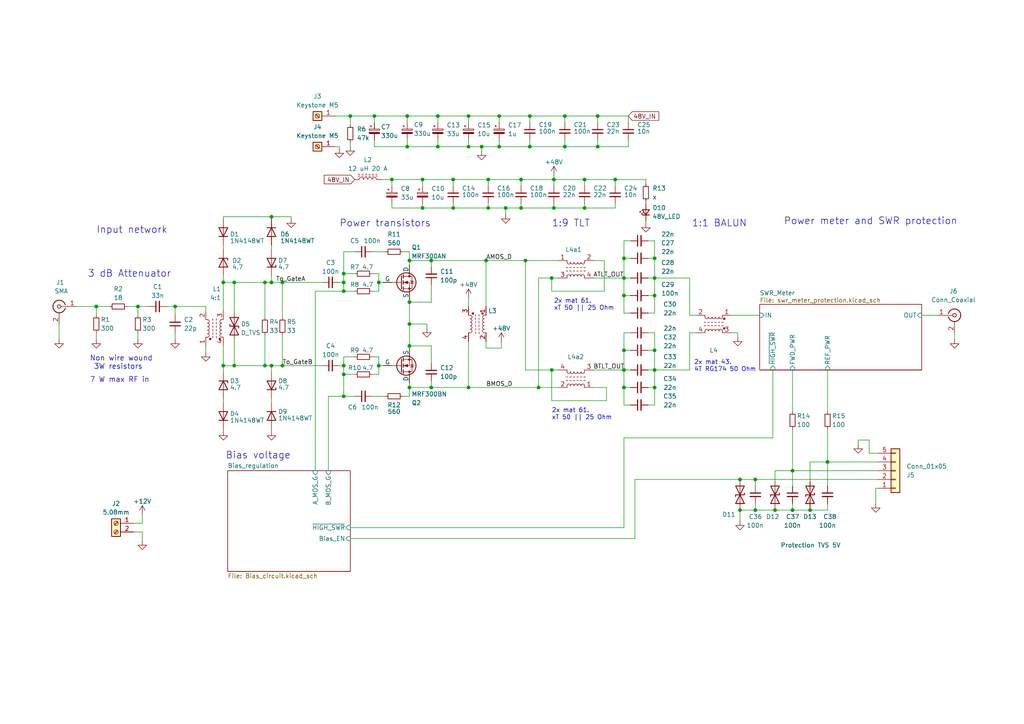
<source format=kicad_sch>
(kicad_sch (version 20231120) (generator "eeschema") (generator_version "8.0")
  (paper "A4")
  (title_block (title "600 W LDMOS HF RF Amplifier - Forte") (date "2024-05-10") (rev "1.1") (company "SP6GK") (comment 1 "RF pallet"))
  (junction (at 219.075 139.065))
  (junction (at 118.745 93.98))
  (junction (at 144.78 33.655))
  (junction (at 99.695 106.045))
  (junction (at 169.545 52.07))
  (junction (at 163.83 33.655))
  (junction (at 214.63 139.065))
  (junction (at 113.665 52.07))
  (junction (at 163.83 42.545))
  (junction (at 173.355 33.655))
  (junction (at 118.745 87.63))
  (junction (at 67.945 81.915))
  (junction (at 229.87 147.955))
  (junction (at 67.945 106.045))
  (junction (at 78.74 81.915))
  (junction (at 178.435 52.07))
  (junction (at 118.11 42.545))
  (junction (at 151.13 60.325))
  (junction (at 153.67 42.545))
  (junction (at 99.695 79.375))
  (junction (at 76.835 81.915))
  (junction (at 169.545 60.325))
  (junction (at 122.555 52.07))
  (junction (at 189.865 112.395))
  (junction (at 180.975 85.725))
  (junction (at 108.585 33.655))
  (junction (at 118.745 112.395))
  (junction (at 64.77 81.915))
  (junction (at 122.555 60.325))
  (junction (at 180.975 112.395))
  (junction (at 109.855 81.915))
  (junction (at 144.78 42.545))
  (junction (at 180.975 101.6))
  (junction (at 160.655 52.07))
  (junction (at 189.865 74.93))
  (junction (at 189.865 107.315))
  (junction (at 214.63 147.955))
  (junction (at 131.445 52.07))
  (junction (at 229.87 136.525))
  (junction (at 189.865 85.725))
  (junction (at 118.745 100.33))
  (junction (at 160.02 107.315))
  (junction (at 140.97 75.565))
  (junction (at 99.695 81.915))
  (junction (at 141.605 52.07))
  (junction (at 153.67 33.655))
  (junction (at 127 42.545))
  (junction (at 180.975 80.645))
  (junction (at 99.695 84.455))
  (junction (at 99.695 108.585))
  (junction (at 81.915 81.915))
  (junction (at 131.445 60.325))
  (junction (at 156.21 112.395))
  (junction (at 125.095 75.565))
  (junction (at 109.855 106.045))
  (junction (at 78.74 62.865))
  (junction (at 81.915 106.045))
  (junction (at 40.005 88.9))
  (junction (at 135.89 42.545))
  (junction (at 234.95 147.955))
  (junction (at 240.03 133.985))
  (junction (at 99.695 114.935))
  (junction (at 118.745 75.565))
  (junction (at 151.13 52.07))
  (junction (at 219.075 147.955))
  (junction (at 189.865 101.6))
  (junction (at 118.11 33.655))
  (junction (at 141.605 60.325))
  (junction (at 27.94 88.9))
  (junction (at 64.77 106.045))
  (junction (at 173.355 42.545))
  (junction (at 160.02 80.645))
  (junction (at 146.685 60.325))
  (junction (at 160.655 60.325))
  (junction (at 125.095 112.395))
  (junction (at 189.865 80.645))
  (junction (at 152.4 75.565))
  (junction (at 180.975 107.315))
  (junction (at 50.8 88.9))
  (junction (at 224.79 147.955))
  (junction (at 101.6 33.655))
  (junction (at 139.7 42.545))
  (junction (at 76.835 106.045))
  (junction (at 135.89 112.395))
  (junction (at 135.89 33.655))
  (junction (at 180.975 74.93))
  (junction (at 78.74 106.045))
  (junction (at 127 33.655))
  (wire (pts (xy 125.095 75.565) (xy 125.095 77.47)))
  (wire (pts (xy 180.975 127) (xy 224.155 127)))
  (wire (pts (xy 22.225 88.9) (xy 27.94 88.9)))
  (wire (pts (xy 50.8 91.44) (xy 50.8 88.9)))
  (wire (pts (xy 178.435 59.055) (xy 178.435 60.325)))
  (wire (pts (xy 125.095 105.41) (xy 125.095 100.33)))
  (wire (pts (xy 101.6 153.035) (xy 180.975 153.035)))
  (wire (pts (xy 160.02 80.645) (xy 156.21 80.645)))
  (wire (pts (xy 160.02 107.315) (xy 161.925 107.315)))
  (wire (pts (xy 141.605 52.07) (xy 141.605 53.975)))
  (wire (pts (xy 180.975 101.6) (xy 180.975 96.52)))
  (wire (pts (xy 182.88 80.645) (xy 180.975 80.645)))
  (wire (pts (xy 141.605 52.07) (xy 151.13 52.07)))
  (wire (pts (xy 95.25 114.935) (xy 99.695 114.935)))
  (wire (pts (xy 131.445 52.07) (xy 141.605 52.07)))
  (wire (pts (xy 163.83 33.655) (xy 173.355 33.655)))
  (wire (pts (xy 200.025 80.645) (xy 200.025 91.44)))
  (wire (pts (xy 125.095 112.395) (xy 135.89 112.395)))
  (wire (pts (xy 107.95 103.505) (xy 109.855 103.505)))
  (wire (pts (xy 172.085 75.565) (xy 175.26 75.565)))
  (wire (pts (xy 224.79 147.955) (xy 229.87 147.955)))
  (wire (pts (xy 118.745 112.395) (xy 125.095 112.395)))
  (wire (pts (xy 135.89 86.36) (xy 135.89 88.9)))
  (wire (pts (xy 229.87 146.05) (xy 229.87 147.955)))
  (wire (pts (xy 76.835 81.915) (xy 78.74 81.915)))
  (wire (pts (xy 240.03 133.985) (xy 240.03 140.97)))
  (wire (pts (xy 99.695 106.045) (xy 99.695 108.585)))
  (wire (pts (xy 189.865 96.52) (xy 189.865 101.6)))
  (wire (pts (xy 254.635 131.445) (xy 252.095 131.445)))
  (wire (pts (xy 122.555 52.07) (xy 122.555 53.975)))
  (wire (pts (xy 118.745 112.395) (xy 118.745 111.125)))
  (wire (pts (xy 108.585 33.655) (xy 118.11 33.655)))
  (wire (pts (xy 182.88 101.6) (xy 180.975 101.6)))
  (wire (pts (xy 81.915 81.915) (xy 93.345 81.915)))
  (wire (pts (xy 254.635 133.985) (xy 240.03 133.985)))
  (wire (pts (xy 163.83 42.545) (xy 153.67 42.545)))
  (wire (pts (xy 224.155 107.315) (xy 224.155 127)))
  (wire (pts (xy 81.915 106.045) (xy 93.345 106.045)))
  (wire (pts (xy 109.855 79.375) (xy 109.855 81.915)))
  (wire (pts (xy 152.4 75.565) (xy 161.925 75.565)))
  (wire (pts (xy 224.79 136.525) (xy 224.79 139.7)))
  (wire (pts (xy 229.87 124.46) (xy 229.87 136.525)))
  (wire (pts (xy 175.895 116.205) (xy 160.02 116.205)))
  (wire (pts (xy 146.685 60.325) (xy 151.13 60.325)))
  (wire (pts (xy 173.355 33.655) (xy 182.245 33.655)))
  (wire (pts (xy 182.245 33.655) (xy 182.245 35.56)))
  (wire (pts (xy 64.77 125.095) (xy 64.77 124.46)))
  (wire (pts (xy 224.79 136.525) (xy 229.87 136.525)))
  (wire (pts (xy 189.865 101.6) (xy 189.865 107.315)))
  (wire (pts (xy 189.865 90.805) (xy 187.96 90.805)))
  (wire (pts (xy 99.695 81.915) (xy 99.695 79.375)))
  (wire (pts (xy 122.555 59.055) (xy 122.555 60.325)))
  (wire (pts (xy 118.745 114.935) (xy 118.745 112.395)))
  (wire (pts (xy 160.02 80.645) (xy 160.02 84.455)))
  (wire (pts (xy 135.89 42.545) (xy 127 42.545)))
  (wire (pts (xy 144.78 42.545) (xy 139.7 42.545)))
  (wire (pts (xy 182.88 117.475) (xy 180.975 117.475)))
  (wire (pts (xy 173.355 33.655) (xy 173.355 35.56)))
  (wire (pts (xy 78.74 125.095) (xy 78.74 124.46)))
  (wire (pts (xy 189.865 74.93) (xy 189.865 80.645)))
  (wire (pts (xy 98.425 42.545) (xy 98.425 43.18)))
  (wire (pts (xy 64.77 62.865) (xy 78.74 62.865)))
  (wire (pts (xy 182.245 42.545) (xy 173.355 42.545)))
  (wire (pts (xy 153.67 42.545) (xy 153.67 40.64)))
  (wire (pts (xy 123.825 95.25) (xy 123.825 93.98)))
  (wire (pts (xy 151.13 60.325) (xy 160.655 60.325)))
  (wire (pts (xy 219.075 139.065) (xy 214.63 139.065)))
  (wire (pts (xy 145.415 99.06) (xy 145.415 100.965)))
  (wire (pts (xy 187.96 85.725) (xy 189.865 85.725)))
  (wire (pts (xy 78.74 106.045) (xy 81.915 106.045)))
  (wire (pts (xy 97.155 42.545) (xy 98.425 42.545)))
  (wire (pts (xy 187.96 101.6) (xy 189.865 101.6)))
  (wire (pts (xy 187.96 96.52) (xy 189.865 96.52)))
  (wire (pts (xy 146.685 60.325) (xy 146.685 62.23)))
  (wire (pts (xy 224.79 147.955) (xy 219.075 147.955)))
  (wire (pts (xy 151.13 59.055) (xy 151.13 60.325)))
  (wire (pts (xy 78.74 72.39) (xy 78.74 71.12)))
  (wire (pts (xy 118.11 42.545) (xy 118.11 40.64)))
  (wire (pts (xy 109.855 84.455) (xy 107.95 84.455)))
  (wire (pts (xy 135.89 42.545) (xy 135.89 40.64)))
  (wire (pts (xy 84.455 62.865) (xy 84.455 63.5)))
  (wire (pts (xy 127 35.56) (xy 127 33.655)))
  (wire (pts (xy 189.865 69.85) (xy 189.865 74.93)))
  (wire (pts (xy 187.96 69.85) (xy 189.865 69.85)))
  (wire (pts (xy 229.87 136.525) (xy 229.87 140.97)))
  (wire (pts (xy 172.085 107.315) (xy 180.975 107.315)))
  (wire (pts (xy 169.545 59.055) (xy 169.545 60.325)))
  (wire (pts (xy 182.88 85.725) (xy 180.975 85.725)))
  (wire (pts (xy 180.975 90.805) (xy 180.975 85.725)))
  (wire (pts (xy 153.67 33.655) (xy 163.83 33.655)))
  (wire (pts (xy 151.13 52.07) (xy 151.13 53.975)))
  (wire (pts (xy 153.67 35.56) (xy 153.67 33.655)))
  (wire (pts (xy 169.545 52.07) (xy 169.545 53.975)))
  (wire (pts (xy 64.77 72.39) (xy 64.77 71.12)))
  (wire (pts (xy 187.325 52.07) (xy 187.325 53.34)))
  (wire (pts (xy 252.095 131.445) (xy 252.095 127.635)))
  (wire (pts (xy 48.26 88.9) (xy 50.8 88.9)))
  (wire (pts (xy 91.44 84.455) (xy 91.44 136.525)))
  (wire (pts (xy 135.89 112.395) (xy 156.21 112.395)))
  (wire (pts (xy 189.865 107.315) (xy 200.025 107.315)))
  (wire (pts (xy 140.97 75.565) (xy 152.4 75.565)))
  (wire (pts (xy 127 42.545) (xy 127 40.64)))
  (wire (pts (xy 109.855 108.585) (xy 107.95 108.585)))
  (wire (pts (xy 110.49 52.07) (xy 113.665 52.07)))
  (wire (pts (xy 146.685 60.325) (xy 141.605 60.325)))
  (wire (pts (xy 27.94 88.9) (xy 31.75 88.9)))
  (wire (pts (xy 178.435 52.07) (xy 178.435 53.975)))
  (wire (pts (xy 101.6 41.275) (xy 101.6 42.545)))
  (wire (pts (xy 141.605 60.325) (xy 131.445 60.325)))
  (wire (pts (xy 116.84 114.935) (xy 118.745 114.935)))
  (wire (pts (xy 95.25 136.525) (xy 95.25 114.935)))
  (wire (pts (xy 135.89 99.06) (xy 135.89 112.395)))
  (wire (pts (xy 254.635 136.525) (xy 229.87 136.525)))
  (wire (pts (xy 78.74 81.915) (xy 78.74 80.01)))
  (wire (pts (xy 101.6 33.655) (xy 108.585 33.655)))
  (wire (pts (xy 109.855 106.045) (xy 109.855 108.585)))
  (wire (pts (xy 64.77 106.045) (xy 67.945 106.045)))
  (wire (pts (xy 99.695 84.455) (xy 99.695 81.915)))
  (wire (pts (xy 214.63 147.955) (xy 214.63 151.13)))
  (wire (pts (xy 118.745 93.98) (xy 118.745 100.33)))
  (wire (pts (xy 189.865 117.475) (xy 187.96 117.475)))
  (wire (pts (xy 99.695 103.505) (xy 99.695 106.045)))
  (wire (pts (xy 160.655 50.8) (xy 160.655 52.07)))
  (wire (pts (xy 182.88 90.805) (xy 180.975 90.805)))
  (wire (pts (xy 139.7 42.545) (xy 139.7 43.815)))
  (wire (pts (xy 180.975 74.93) (xy 180.975 69.85)))
  (wire (pts (xy 127 33.655) (xy 135.89 33.655)))
  (wire (pts (xy 172.085 112.395) (xy 175.895 112.395)))
  (wire (pts (xy 41.275 154.305) (xy 41.275 156.845)))
  (wire (pts (xy 160.655 59.055) (xy 160.655 60.325)))
  (wire (pts (xy 67.945 98.425) (xy 67.945 106.045)))
  (wire (pts (xy 153.67 42.545) (xy 144.78 42.545)))
  (wire (pts (xy 151.13 52.07) (xy 160.655 52.07)))
  (wire (pts (xy 212.09 91.44) (xy 220.345 91.44)))
  (wire (pts (xy 189.865 80.645) (xy 189.865 85.725)))
  (wire (pts (xy 229.87 147.955) (xy 234.95 147.955)))
  (wire (pts (xy 175.26 84.455) (xy 175.26 75.565)))
  (wire (pts (xy 109.855 81.915) (xy 109.855 84.455)))
  (wire (pts (xy 50.8 96.52) (xy 50.8 98.425)))
  (wire (pts (xy 27.94 96.52) (xy 27.94 98.425)))
  (wire (pts (xy 78.74 115.57) (xy 78.74 116.84)))
  (wire (pts (xy 118.745 100.33) (xy 118.745 100.965)))
  (wire (pts (xy 213.995 96.52) (xy 213.995 97.79)))
  (wire (pts (xy 140.97 88.9) (xy 140.97 75.565)))
  (wire (pts (xy 81.915 97.155) (xy 81.915 106.045)))
  (wire (pts (xy 99.695 84.455) (xy 91.44 84.455)))
  (wire (pts (xy 78.74 62.865) (xy 78.74 63.5)))
  (wire (pts (xy 41.275 151.765) (xy 41.275 149.225)))
  (wire (pts (xy 140.97 100.965) (xy 140.97 99.06)))
  (wire (pts (xy 160.02 116.205) (xy 160.02 107.315)))
  (wire (pts (xy 141.605 59.055) (xy 141.605 60.325)))
  (wire (pts (xy 189.865 85.725) (xy 189.865 90.805)))
  (wire (pts (xy 118.745 73.025) (xy 118.745 75.565)))
  (wire (pts (xy 240.03 124.46) (xy 240.03 133.985)))
  (wire (pts (xy 140.97 100.965) (xy 145.415 100.965)))
  (wire (pts (xy 131.445 52.07) (xy 131.445 53.975)))
  (wire (pts (xy 254.635 139.065) (xy 219.075 139.065)))
  (wire (pts (xy 175.895 112.395) (xy 175.895 116.205)))
  (wire (pts (xy 131.445 60.325) (xy 122.555 60.325)))
  (wire (pts (xy 99.695 73.025) (xy 102.87 73.025)))
  (wire (pts (xy 139.7 42.545) (xy 135.89 42.545)))
  (wire (pts (xy 38.735 151.765) (xy 41.275 151.765)))
  (wire (pts (xy 169.545 60.325) (xy 160.655 60.325)))
  (wire (pts (xy 180.975 85.725) (xy 180.975 80.645)))
  (wire (pts (xy 107.95 79.375) (xy 109.855 79.375)))
  (wire (pts (xy 118.11 35.56) (xy 118.11 33.655)))
  (wire (pts (xy 189.865 107.315) (xy 189.865 112.395)))
  (wire (pts (xy 184.15 139.065) (xy 214.63 139.065)))
  (wire (pts (xy 27.94 88.9) (xy 27.94 91.44)))
  (wire (pts (xy 144.78 35.56) (xy 144.78 33.655)))
  (wire (pts (xy 67.945 106.045) (xy 76.835 106.045)))
  (wire (pts (xy 101.6 156.21) (xy 184.15 156.21)))
  (wire (pts (xy 64.77 115.57) (xy 64.77 116.84)))
  (wire (pts (xy 64.77 106.045) (xy 64.77 107.95)))
  (wire (pts (xy 76.835 106.045) (xy 78.74 106.045)))
  (wire (pts (xy 107.95 114.935) (xy 111.76 114.935)))
  (wire (pts (xy 180.975 80.645) (xy 180.975 74.93)))
  (wire (pts (xy 59.69 88.9) (xy 59.69 90.17)))
  (wire (pts (xy 59.69 100.33) (xy 59.69 102.235)))
  (wire (pts (xy 144.78 42.545) (xy 144.78 40.64)))
  (wire (pts (xy 214.63 139.065) (xy 214.63 139.7)))
  (wire (pts (xy 182.88 96.52) (xy 180.975 96.52)))
  (wire (pts (xy 182.245 40.64) (xy 182.245 42.545)))
  (wire (pts (xy 212.09 96.52) (xy 213.995 96.52)))
  (wire (pts (xy 76.835 81.915) (xy 76.835 92.075)))
  (wire (pts (xy 116.84 73.025) (xy 118.745 73.025)))
  (wire (pts (xy 113.665 60.325) (xy 113.665 59.055)))
  (wire (pts (xy 180.975 112.395) (xy 180.975 107.315)))
  (wire (pts (xy 64.77 81.915) (xy 67.945 81.915)))
  (wire (pts (xy 187.325 58.42) (xy 187.325 59.055)))
  (wire (pts (xy 64.77 90.17) (xy 64.77 81.915)))
  (wire (pts (xy 99.695 114.935) (xy 102.87 114.935)))
  (wire (pts (xy 125.095 82.55) (xy 125.095 87.63)))
  (wire (pts (xy 118.11 42.545) (xy 127 42.545)))
  (wire (pts (xy 187.96 80.645) (xy 189.865 80.645)))
  (wire (pts (xy 169.545 52.07) (xy 178.435 52.07)))
  (wire (pts (xy 107.95 73.025) (xy 111.76 73.025)))
  (wire (pts (xy 219.075 139.065) (xy 219.075 140.97)))
  (wire (pts (xy 173.355 40.64) (xy 173.355 42.545)))
  (wire (pts (xy 182.88 69.85) (xy 180.975 69.85)))
  (wire (pts (xy 178.435 52.07) (xy 187.325 52.07)))
  (wire (pts (xy 101.6 33.655) (xy 101.6 36.195)))
  (wire (pts (xy 40.005 96.52) (xy 40.005 98.425)))
  (wire (pts (xy 187.325 64.135) (xy 187.325 64.77)))
  (wire (pts (xy 108.585 33.655) (xy 108.585 35.56)))
  (wire (pts (xy 113.665 52.07) (xy 122.555 52.07)))
  (wire (pts (xy 50.8 88.9) (xy 59.69 88.9)))
  (wire (pts (xy 180.975 107.315) (xy 180.975 101.6)))
  (wire (pts (xy 184.15 156.21) (xy 184.15 139.065)))
  (wire (pts (xy 152.4 107.315) (xy 152.4 75.565)))
  (wire (pts (xy 187.96 107.315) (xy 189.865 107.315)))
  (wire (pts (xy 189.865 112.395) (xy 189.865 117.475)))
  (wire (pts (xy 219.075 146.05) (xy 219.075 147.955)))
  (wire (pts (xy 200.025 107.315) (xy 200.025 96.52)))
  (wire (pts (xy 135.89 35.56) (xy 135.89 33.655)))
  (wire (pts (xy 234.95 147.32) (xy 234.95 147.955)))
  (wire (pts (xy 125.095 75.565) (xy 140.97 75.565)))
  (wire (pts (xy 67.945 81.915) (xy 67.945 90.805)))
  (wire (pts (xy 163.83 33.655) (xy 163.83 35.56)))
  (wire (pts (xy 118.745 87.63) (xy 118.745 93.98)))
  (wire (pts (xy 224.79 147.32) (xy 224.79 147.955)))
  (wire (pts (xy 118.11 33.655) (xy 127 33.655)))
  (wire (pts (xy 234.95 133.985) (xy 240.03 133.985)))
  (wire (pts (xy 99.695 108.585) (xy 99.695 114.935)))
  (wire (pts (xy 76.835 97.155) (xy 76.835 106.045)))
  (wire (pts (xy 98.425 81.915) (xy 99.695 81.915)))
  (wire (pts (xy 108.585 42.545) (xy 118.11 42.545)))
  (wire (pts (xy 214.63 147.32) (xy 214.63 147.955)))
  (wire (pts (xy 135.89 33.655) (xy 144.78 33.655)))
  (wire (pts (xy 123.825 93.98) (xy 118.745 93.98)))
  (wire (pts (xy 161.925 112.395) (xy 156.21 112.395)))
  (wire (pts (xy 125.095 110.49) (xy 125.095 112.395)))
  (wire (pts (xy 161.925 80.645) (xy 160.02 80.645)))
  (wire (pts (xy 98.425 106.045) (xy 99.695 106.045)))
  (wire (pts (xy 81.915 81.915) (xy 81.915 92.075)))
  (wire (pts (xy 67.945 81.915) (xy 76.835 81.915)))
  (wire (pts (xy 113.665 52.07) (xy 113.665 53.975)))
  (wire (pts (xy 187.96 74.93) (xy 189.865 74.93)))
  (wire (pts (xy 38.735 154.305) (xy 41.275 154.305)))
  (wire (pts (xy 109.855 106.045) (xy 111.125 106.045)))
  (wire (pts (xy 97.155 33.655) (xy 101.6 33.655)))
  (wire (pts (xy 172.085 80.645) (xy 180.975 80.645)))
  (wire (pts (xy 64.77 100.33) (xy 64.77 106.045)))
  (wire (pts (xy 163.83 42.545) (xy 173.355 42.545)))
  (wire (pts (xy 118.745 75.565) (xy 125.095 75.565)))
  (wire (pts (xy 118.745 86.995) (xy 118.745 87.63)))
  (wire (pts (xy 178.435 60.325) (xy 169.545 60.325)))
  (wire (pts (xy 248.92 127.635) (xy 248.92 128.905)))
  (wire (pts (xy 99.695 103.505) (xy 102.87 103.505)))
  (wire (pts (xy 122.555 52.07) (xy 131.445 52.07)))
  (wire (pts (xy 125.095 100.33) (xy 118.745 100.33)))
  (wire (pts (xy 234.95 133.985) (xy 234.95 139.7)))
  (wire (pts (xy 99.695 73.025) (xy 99.695 79.375)))
  (wire (pts (xy 99.695 79.375) (xy 102.87 79.375)))
  (wire (pts (xy 234.95 147.955) (xy 240.03 147.955)))
  (wire (pts (xy 131.445 60.325) (xy 131.445 59.055)))
  (wire (pts (xy 160.02 107.315) (xy 152.4 107.315)))
  (wire (pts (xy 229.87 107.315) (xy 229.87 119.38)))
  (wire (pts (xy 78.74 106.045) (xy 78.74 107.95)))
  (wire (pts (xy 254.635 141.605) (xy 254 141.605)))
  (wire (pts (xy 180.975 153.035) (xy 180.975 127)))
  (wire (pts (xy 99.695 108.585) (xy 102.87 108.585)))
  (wire (pts (xy 156.21 80.645) (xy 156.21 112.395)))
  (wire (pts (xy 36.83 88.9) (xy 40.005 88.9)))
  (wire (pts (xy 240.03 146.05) (xy 240.03 147.955)))
  (wire (pts (xy 189.865 80.645) (xy 200.025 80.645)))
  (wire (pts (xy 144.78 33.655) (xy 153.67 33.655)))
  (wire (pts (xy 160.655 52.07) (xy 160.655 53.975)))
  (wire (pts (xy 169.545 52.07) (xy 160.655 52.07)))
  (wire (pts (xy 240.03 107.315) (xy 240.03 119.38)))
  (wire (pts (xy 254 141.605) (xy 254 146.05)))
  (wire (pts (xy 109.855 103.505) (xy 109.855 106.045)))
  (wire (pts (xy 78.74 62.865) (xy 84.455 62.865)))
  (wire (pts (xy 17.145 93.98) (xy 17.145 98.425)))
  (wire (pts (xy 180.975 117.475) (xy 180.975 112.395)))
  (wire (pts (xy 109.855 81.915) (xy 111.125 81.915)))
  (wire (pts (xy 99.695 84.455) (xy 102.87 84.455)))
  (wire (pts (xy 64.77 81.915) (xy 64.77 80.01)))
  (wire (pts (xy 187.96 112.395) (xy 189.865 112.395)))
  (wire (pts (xy 267.335 91.44) (xy 271.78 91.44)))
  (wire (pts (xy 276.86 96.52) (xy 276.86 98.425)))
  (wire (pts (xy 160.02 84.455) (xy 175.26 84.455)))
  (wire (pts (xy 118.745 76.835) (xy 118.745 75.565)))
  (wire (pts (xy 78.74 81.915) (xy 81.915 81.915)))
  (wire (pts (xy 40.005 88.9) (xy 43.18 88.9)))
  (wire (pts (xy 122.555 60.325) (xy 113.665 60.325)))
  (wire (pts (xy 180.975 107.315) (xy 182.88 107.315)))
  (wire (pts (xy 163.83 40.64) (xy 163.83 42.545)))
  (wire (pts (xy 252.095 127.635) (xy 248.92 127.635)))
  (wire (pts (xy 108.585 40.64) (xy 108.585 42.545)))
  (wire (pts (xy 125.095 87.63) (xy 118.745 87.63)))
  (wire (pts (xy 64.77 62.865) (xy 64.77 63.5)))
  (wire (pts (xy 200.025 96.52) (xy 201.93 96.52)))
  (wire (pts (xy 200.025 91.44) (xy 201.93 91.44)))
  (wire (pts (xy 182.88 74.93) (xy 180.975 74.93)))
  (wire (pts (xy 40.005 88.9) (xy 40.005 91.44)))
  (wire (pts (xy 219.075 147.955) (xy 214.63 147.955)))
  (wire (pts (xy 182.88 112.395) (xy 180.975 112.395)))
  (text "Input network" (at 27.94 67.945 0) (effects (font (size 2 2)) (justify left bottom)))
  (text "1:1 BALUN" (at 200.66 66.04 0) (effects (font (size 2 2)) (justify left bottom)))
  (text "2x mat 61. \nxT 50 || 25 Ohm" (at 160.655 90.17 0) (effects (font (size 1.27 1.27)) (justify left bottom)))
  (text "7 W max RF in" (at 26.035 111.125 0) (effects (font (size 1.5 1.5)) (justify left bottom)))
  (text "Power transistors" (at 98.425 66.04 0) (effects (font (size 2 2)) (justify left bottom)))
  (text "1:9 TLT" (at 160.02 66.04 0) (effects (font (size 2 2)) (justify left bottom)))
  (text "2x mat 43. \n4T RG174 50 Ohm" (at 201.295 107.95 0) (effects (font (size 1.27 1.27)) (justify left bottom)))
  (text "Power meter and SWR protection" (at 227.33 65.405 0) (effects (font (size 2 2)) (justify left bottom)))
  (text "2x mat 61. \nxT 50 || 25 Ohm" (at 160.02 121.92 0) (effects (font (size 1.27 1.27)) (justify left bottom)))
  (text "Bias voltage" (at 65.405 133.35 0) (effects (font (size 2 2)) (justify left bottom)))
  (text "3 dB Attenuator" (at 25.4 80.645 0) (effects (font (size 2 2)) (justify left bottom)))
  (text "Non wire wound \n 3W resistors" (at 26.035 107.315 0) (effects (font (size 1.5 1.5)) (justify left bottom)))
  (label "BTLT_OUT" (at 172.085 107.315 0))
  (label "ATLT_OUT" (at 172.085 80.645 0))
  (label "AMOS_D" (at 140.97 75.565 0))
  (label "BMOS_D" (at 140.97 112.395 0))
  (label "To_GateB" (at 81.915 106.045 0))
  (label "To_GateA" (at 80.01 81.915 0))
  (global_label "48V_IN" (shape input) (at 182.245 33.655 0) (property "Intersheetrefs" "${INTERSHEET_REFS}" (effects (hide yes))))
  (global_label "48V_IN" (shape input) (at 102.87 52.07 180) (property "Intersheetrefs" "${INTERSHEET_REFS}" (effects (hide yes))))
  (symbol (lib_id "power:+48V") (at 160.655 50.8 0) (unit 1)
    (property "Reference" "#PWR018" (effects (hide yes)))
    (property "Value" "+48V" (at 160.655 46.99 0))
  )
  (symbol (lib_id "Device:D_TVS") (at 234.95 143.51 270) (mirror x) (unit 1)
    (property "Reference" "D13" (at 236.855 149.86 90) (effects (justify right)))
    (property "Value" "Protection TVS 5V" (at 243.84 158.115 90) (effects (justify right)))
    (property "Footprint" "Diode_SMD:D_SMF" (effects (hide yes)))
  )
  (symbol (lib_id "power:GND") (at 78.74 125.095 0) (unit 1)
    (property "Reference" "#PWR09" (effects (hide yes)))
    (property "Value" "GND" (effects (hide yes)))
  )
  (symbol (lib_id "Device:C_Small") (at 185.42 112.395 90) (unit 1)
    (property "Reference" "C34" (at 194.31 109.855 90))
    (property "Value" "22n" (at 194.31 112.395 90))
    (property "Footprint" "Capacitor_SMD:C_1206_3216Metric_Pad1.33x1.80mm_HandSolder" (effects (hide yes)))
  )
  (symbol (lib_id "Device:C_Small") (at 185.42 80.645 90) (unit 1)
    (property "Reference" "C28" (at 193.675 76.2 90))
    (property "Value" "22n" (at 193.675 78.74 90))
    (property "Footprint" "Capacitor_SMD:C_1206_3216Metric_Pad1.33x1.80mm_HandSolder" (effects (hide yes)))
  )
  (symbol (lib_id "Device:R_Small") (at 114.3 73.025 90) (unit 1)
    (property "Reference" "R11" (at 114.3 67.945 90))
    (property "Value" "560" (at 114.3 70.485 90))
    (property "Footprint" "Resistor_SMD:R_2512_6332Metric_Pad1.40x3.35mm_HandSolder" (effects (hide yes)))
  )
  (symbol (lib_id "Device:R_Small") (at 105.41 108.585 90) (unit 1)
    (property "Reference" "R10" (at 102.87 106.68 90))
    (property "Value" "4.7" (at 106.68 106.68 90))
    (property "Footprint" "Capacitor_SMD:C_1206_3216Metric_Pad1.33x1.80mm_HandSolder" (effects (hide yes)))
  )
  (symbol (lib_id "Device:C_Polarized_Small") (at 108.585 38.1 0) (unit 1)
    (property "Reference" "C7" (at 110.49 36.83 0) (effects (justify left)))
    (property "Value" "330u" (at 110.49 39.37 0) (effects (justify left)))
    (property "Footprint" "Capacitor_SMD:CP_Elec_18x17.5" (effects (hide yes)))
  )
  (symbol (lib_id "Device:D_TVS") (at 214.63 143.51 270) (mirror x) (unit 1)
    (property "Reference" "D11" (at 213.36 149.225 90) (effects (justify right)))
    (property "Value" "3.6" (effects (hide yes)))
    (property "Footprint" "Diode_SMD:D_SMF" (effects (hide yes)))
  )
  (symbol (lib_id "Device:C_Small") (at 105.41 114.935 90) (unit 1)
    (property "Reference" "C6" (at 102.235 118.11 90))
    (property "Value" "100n" (at 107.315 118.11 90))
    (property "Footprint" "Capacitor_SMD:C_1206_3216Metric_Pad1.33x1.80mm_HandSolder" (effects (hide yes)))
  )
  (symbol (lib_id "Device:C_Small") (at 229.87 143.51 0) (unit 1)
    (property "Reference" "C37" (at 227.965 149.86 0) (effects (justify left)))
    (property "Value" "100n" (at 227.33 152.4 0) (effects (justify left)))
    (property "Footprint" "Capacitor_SMD:C_0805_2012Metric_Pad1.18x1.45mm_HandSolder" (effects (hide yes)))
  )
  (symbol (lib_id "power:+12V") (at 41.275 149.225 0) (unit 1)
    (property "Reference" "#PWR04" (effects (hide yes)))
    (property "Value" "+12V" (at 41.275 145.415 0))
  )
  (symbol (lib_id "Device:C_Small") (at 185.42 96.52 90) (unit 1)
    (property "Reference" "C31" (effects (hide yes)))
    (property "Value" "22n" (at 194.31 95.25 90))
    (property "Footprint" "Capacitor_SMD:C_1206_3216Metric_Pad1.33x1.80mm_HandSolder" (effects (hide yes)))
  )
  (symbol (lib_id "Connector:Conn_Coaxial") (at 276.86 91.44 0) (unit 1)
    (property "Reference" "J6" (at 276.5426 84.455 0))
    (property "Value" "Conn_Coaxial" (at 276.5426 86.995 0))
    (property "Footprint" "Forte_PA_lib:Coax_connector" (effects (hide yes)))
    (property "Datasheet" " ~" (effects (hide yes)))
  )
  (symbol (lib_id "Device:R_Small") (at 105.41 84.455 90) (unit 1)
    (property "Reference" "R8" (at 102.87 82.55 90))
    (property "Value" "4.7" (at 106.68 82.55 90))
    (property "Footprint" "Capacitor_SMD:C_1206_3216Metric_Pad1.33x1.80mm_HandSolder" (effects (hide yes)))
  )
  (symbol (lib_id "power:GND") (at 17.145 98.425 0) (unit 1)
    (property "Reference" "#PWR01" (effects (hide yes)))
    (property "Value" "GND" (effects (hide yes)))
  )
  (symbol (lib_id "Device:R_Small") (at 40.005 93.98 0) (unit 1)
    (property "Reference" "R3" (at 41.275 92.71 0) (effects (justify left)))
    (property "Value" "300" (at 41.275 95.25 0) (effects (justify left)))
    (property "Footprint" "Resistor_SMD:R_2816_7142Metric_Pad3.20x4.45mm_HandSolder" (effects (hide yes)))
  )
  (symbol (lib_id "Device:L_Ferrite_Coupled") (at 138.43 93.98 270) (unit 1)
    (property "Reference" "L3" (at 141.605 90.17 90) (effects (justify left)))
    (property "Value" "L_Ferrite_Coupled" (effects (hide yes)))
    (property "Footprint" "Forte_PA_lib:VDD_Pads" (effects (hide yes)))
  )
  (symbol (lib_id "Device:R_Small") (at 229.87 121.92 0) (unit 1)
    (property "Reference" "R14" (at 231.14 120.65 0) (effects (justify left)))
    (property "Value" "100" (at 231.14 123.19 0) (effects (justify left)))
    (property "Footprint" "Resistor_SMD:R_0603_1608Metric_Pad0.98x0.95mm_HandSolder" (effects (hide yes)))
  )
  (symbol (lib_id "Connector:Screw_Terminal_01x01") (at 92.075 42.545 180) (unit 1)
    (property "Reference" "J4" (at 92.075 36.83 0))
    (property "Value" "Keystone M5" (at 92.075 39.37 0))
    (property "Footprint" "Forte_PA_lib:M5_screw_terminal_Keystone" (effects (hide yes)))
  )
  (symbol (lib_id "Device:C_Small") (at 160.655 56.515 0) (unit 1)
    (property "Reference" "C20" (at 163.195 54.61 0) (effects (justify left)))
    (property "Value" "22n" (at 163.195 56.515 0) (effects (justify left)))
    (property "Footprint" "Capacitor_SMD:C_1206_3216Metric_Pad1.33x1.80mm_HandSolder" (effects (hide yes)))
  )
  (symbol (lib_id "Device:C_Small") (at 185.42 85.725 90) (unit 1)
    (property "Reference" "C29" (at 193.675 82.55 90))
    (property "Value" "100n" (at 194.31 85.09 90))
    (property "Footprint" "Capacitor_SMD:C_1206_3216Metric_Pad1.33x1.80mm_HandSolder" (effects (hide yes)))
  )
  (symbol (lib_id "Device:R_Small") (at 105.41 79.375 90) (unit 1)
    (property "Reference" "R7" (at 102.87 77.47 90))
    (property "Value" "4.7" (at 106.68 77.47 90))
    (property "Footprint" "Capacitor_SMD:C_1206_3216Metric_Pad1.33x1.80mm_HandSolder" (effects (hide yes)))
  )
  (symbol (lib_id "Device:R_Small") (at 81.915 94.615 0) (unit 1)
    (property "Reference" "R5" (at 83.185 93.345 0) (effects (justify left)))
    (property "Value" "33" (at 83.185 95.885 0) (effects (justify left)))
    (property "Footprint" "Resistor_SMD:R_2512_6332Metric" (effects (hide yes)))
  )
  (symbol (lib_id "Diode:1N4148WT") (at 78.74 67.31 90) (mirror x) (unit 1)
    (property "Reference" "D6" (at 81.28 67.945 90) (effects (justify right)))
    (property "Value" "1N4148WT" (at 81.28 69.85 90) (effects (justify right)))
    (property "Footprint" "Diode_SMD:D_SMB" (effects (hide yes)))
    (property "Datasheet" "https://www.diodes.com/assets/Datasheets/ds30396.pdf" (effects (hide yes)))
    (property "Sim.Device" "D" (effects (hide yes)))
    (property "Sim.Pins" "1=K 2=A" (effects (hide yes)))
  )
  (symbol (lib_id "Device:C_Small") (at 185.42 101.6 90) (unit 1)
    (property "Reference" "C32" (at 194.31 97.79 90))
    (property "Value" "22n" (at 194.31 100.33 90))
    (property "Footprint" "Capacitor_SMD:C_1206_3216Metric_Pad1.33x1.80mm_HandSolder" (effects (hide yes)))
  )
  (symbol (lib_id "power:GND") (at 101.6 42.545 0) (unit 1)
    (property "Reference" "#PWR012" (effects (hide yes)))
    (property "Value" "GND" (effects (hide yes)))
  )
  (symbol (lib_id "Device:D_Zener") (at 78.74 111.76 270) (mirror x) (unit 1)
    (property "Reference" "D8" (at 80.645 110.49 90) (effects (justify left)))
    (property "Value" "4.7" (at 80.645 112.395 90) (effects (justify left)))
    (property "Footprint" "Diode_SMD:D_SMB" (effects (hide yes)))
  )
  (symbol (lib_id "Device:C_Small") (at 185.42 90.805 90) (unit 1)
    (property "Reference" "C30" (at 194.31 88.265 90))
    (property "Value" "22n" (at 194.31 90.805 90))
    (property "Footprint" "Capacitor_SMD:C_1206_3216Metric_Pad1.33x1.80mm_HandSolder" (effects (hide yes)))
  )
  (symbol (lib_id "Simulation_SPICE:NMOS") (at 116.205 106.045 0) (mirror x) (unit 1)
    (property "Reference" "Q2" (at 119.38 116.84 0) (effects (justify left)))
    (property "Value" "MRF300BN" (at 119.38 114.3 0) (effects (justify left)))
    (property "Footprint" "Package_TO_SOT_THT:TO-247-3_Horizontal_TabDown" (effects (hide yes)))
    (property "Datasheet" "https://ngspice.sourceforge.io/docs/ngspice-manual.pdf" (effects (hide yes)))
    (property "Sim.Device" "NMOS" (effects (hide yes)))
    (property "Sim.Type" "VDMOS" (effects (hide yes)))
    (property "Sim.Pins" "1=D 2=G 3=S" (effects (hide yes)))
  )
  (symbol (lib_id "Device:C_Small") (at 125.095 80.01 180) (unit 1)
    (property "Reference" "C11" (at 127.635 78.74 0) (effects (justify right)))
    (property "Value" "100p" (at 127.635 81.28 0) (effects (justify right)))
    (property "Footprint" "Capacitor_SMD:C_1206_3216Metric_Pad1.33x1.80mm_HandSolder" (effects (hide yes)))
  )
  (symbol (lib_id "Device:C_Polarized_Small") (at 113.665 56.515 0) (unit 1)
    (property "Reference" "C8" (at 116.205 54.6989 0) (effects (justify left)))
    (property "Value" "33u" (at 116.205 57.2389 0) (effects (justify left)))
    (property "Footprint" "Capacitor_SMD:CP_Elec_10x10.5" (effects (hide yes)))
  )
  (symbol (lib_id "Connector_Generic:Conn_01x05") (at 259.715 136.525 0) (mirror x) (unit 1)
    (property "Reference" "J5" (at 262.89 137.795 0) (effects (justify left)))
    (property "Value" "Conn_01x05" (at 262.89 135.255 0) (effects (justify left)))
    (property "Footprint" "Connector_PinHeader_2.54mm:PinHeader_1x05_P2.54mm_Vertical_SMD_Pin1Left" (effects (hide yes)))
  )
  (symbol (lib_name "NMOS_1") (lib_id "Simulation_SPICE:NMOS") (at 116.205 81.915 0) (unit 1)
    (property "Reference" "Q1" (at 119.38 71.755 0) (effects (justify left)))
    (property "Value" "MRF300AN" (at 119.38 74.295 0) (effects (justify left)))
    (property "Footprint" "Package_TO_SOT_THT:TO-247-3_Horizontal_TabDown" (effects (hide yes)))
    (property "Datasheet" "https://ngspice.sourceforge.io/docs/ngspice-manual.pdf" (effects (hide yes)))
    (property "Sim.Device" "NMOS" (effects (hide yes)))
    (property "Sim.Type" "VDMOS" (effects (hide yes)))
    (property "Sim.Pins" "1=D 2=G 3=S" (effects (hide yes)))
  )
  (symbol (lib_id "Device:C_Small") (at 141.605 56.515 0) (unit 1)
    (property "Reference" "C16" (at 144.145 54.61 0) (effects (justify left)))
    (property "Value" "100n" (at 144.145 56.515 0) (effects (justify left)))
    (property "Footprint" "Capacitor_SMD:C_1206_3216Metric_Pad1.33x1.80mm_HandSolder" (effects (hide yes)))
  )
  (symbol (lib_id "power:GND") (at 187.325 64.77 0) (unit 1)
    (property "Reference" "#PWR019" (effects (hide yes)))
    (property "Value" "GND" (effects (hide yes)))
  )
  (symbol (lib_id "Device:R_Small") (at 105.41 103.505 90) (unit 1)
    (property "Reference" "R9" (at 102.87 101.6 90))
    (property "Value" "4.7" (at 106.68 101.6 90))
    (property "Footprint" "Capacitor_SMD:C_1206_3216Metric_Pad1.33x1.80mm_HandSolder" (effects (hide yes)))
  )
  (symbol (lib_id "Device:L_Ferrite_Coupled") (at 207.01 93.98 0) (mirror y) (unit 1)
    (property "Reference" "L4" (at 207.01 101.6 0))
    (property "Value" "2x mat 43. 4T RG174 50 Ohm" (effects (hide yes)))
    (property "Footprint" "Forte_PA_lib:Trafo_623-2661102002" (effects (hide yes)))
  )
  (symbol (lib_id "Device:C_Small") (at 45.72 88.9 90) (unit 1)
    (property "Reference" "C1" (at 45.72 83.185 90))
    (property "Value" "33n" (at 45.72 85.725 90))
    (property "Footprint" "Capacitor_SMD:C_0805_2012Metric_Pad1.18x1.45mm_HandSolder" (effects (hide yes)))
  )
  (symbol (lib_id "Device:C_Polarized_Small") (at 118.11 38.1 0) (unit 1)
    (property "Reference" "C9" (at 120.015 36.195 0) (effects (justify left)))
    (property "Value" "330u" (at 120.015 38.735 0) (effects (justify left)))
    (property "Footprint" "Capacitor_SMD:CP_Elec_18x17.5" (effects (hide yes)))
  )
  (symbol (lib_id "Device:D_Zener") (at 64.77 76.2 270) (unit 1)
    (property "Reference" "D2" (at 67.31 75.565 90) (effects (justify left)))
    (property "Value" "4.7" (at 67.31 77.47 90) (effects (justify left)))
    (property "Footprint" "Diode_SMD:D_SMB" (effects (hide yes)))
  )
  (symbol (lib_id "Device:D_TVS") (at 224.79 143.51 270) (mirror x) (unit 1)
    (property "Reference" "D12" (at 226.06 149.86 90) (effects (justify right)))
    (property "Value" "Protection TVS 5V" (effects (hide yes)))
    (property "Footprint" "Diode_SMD:D_SMF" (effects (hide yes)))
  )
  (symbol (lib_id "Diode:1N4148WT") (at 64.77 120.65 90) (unit 1)
    (property "Reference" "D4" (at 66.675 120.015 90) (effects (justify right)))
    (property "Value" "1N4148WT" (at 66.675 121.92 90) (effects (justify right)))
    (property "Footprint" "Diode_SMD:D_SMB" (effects (hide yes)))
    (property "Datasheet" "https://www.diodes.com/assets/Datasheets/ds30396.pdf" (effects (hide yes)))
    (property "Sim.Device" "D" (effects (hide yes)))
    (property "Sim.Pins" "1=K 2=A" (effects (hide yes)))
  )
  (symbol (lib_id "Diode:1N4148WT") (at 64.77 67.31 90) (unit 1)
    (property "Reference" "D1" (at 66.675 67.945 90) (effects (justify right)))
    (property "Value" "1N4148WT" (at 66.675 69.85 90) (effects (justify right)))
    (property "Footprint" "Diode_SMD:D_SMB" (effects (hide yes)))
    (property "Datasheet" "https://www.diodes.com/assets/Datasheets/ds30396.pdf" (effects (hide yes)))
    (property "Sim.Device" "D" (effects (hide yes)))
    (property "Sim.Pins" "1=K 2=A" (effects (hide yes)))
  )
  (symbol (lib_id "power:GND") (at 64.77 125.095 0) (unit 1)
    (property "Reference" "#PWR08" (effects (hide yes)))
    (property "Value" "GND" (effects (hide yes)))
  )
  (symbol (lib_id "power:GND") (at 276.86 98.425 0) (unit 1)
    (property "Reference" "#PWR024" (effects (hide yes)))
    (property "Value" "GND" (effects (hide yes)))
  )
  (symbol (lib_id "Device:D_Zener") (at 78.74 76.2 270) (mirror x) (unit 1)
    (property "Reference" "D7" (at 80.645 75.565 90) (effects (justify left)))
    (property "Value" "4.7" (at 80.645 77.47 90) (effects (justify left)))
    (property "Footprint" "Diode_SMD:D_SMB" (effects (hide yes)))
  )
  (symbol (lib_id "Connector:Conn_Coaxial") (at 17.145 88.9 0) (mirror y) (unit 1)
    (property "Reference" "J1" (at 17.4624 81.915 0))
    (property "Value" "SMA" (at 17.78 84.455 0))
    (property "Footprint" "Connector_Coaxial:SMA_Amphenol_132134-10_Vertical" (effects (hide yes)))
    (property "Datasheet" " ~" (effects (hide yes)))
  )
  (symbol (lib_id "power:GND") (at 254 146.05 0) (mirror y) (unit 1)
    (property "Reference" "#PWR023" (effects (hide yes)))
    (property "Value" "GND" (effects (hide yes)))
  )
  (symbol (lib_id "Device:C_Small") (at 169.545 56.515 0) (unit 1)
    (property "Reference" "C22" (at 172.085 54.61 0) (effects (justify left)))
    (property "Value" "22n" (at 172.085 56.515 0) (effects (justify left)))
    (property "Footprint" "Capacitor_SMD:C_1206_3216Metric_Pad1.33x1.80mm_HandSolder" (effects (hide yes)))
  )
  (symbol (lib_id "power:GND") (at 40.005 98.425 0) (unit 1)
    (property "Reference" "#PWR03" (effects (hide yes)))
    (property "Value" "GND" (effects (hide yes)))
  )
  (symbol (lib_id "power:GND") (at 214.63 151.13 0) (mirror y) (unit 1)
    (property "Reference" "#PWR021" (effects (hide yes)))
    (property "Value" "GND" (effects (hide yes)))
  )
  (symbol (lib_id "Device:L_Ferrite") (at 106.68 52.07 90) (unit 1)
    (property "Reference" "L2" (at 106.68 46.355 90))
    (property "Value" "12 uH 20 A" (at 106.68 48.895 90))
    (property "Footprint" "Forte_PA_lib:EMI_inductor" (effects (hide yes)))
  )
  (symbol (lib_id "power:GND") (at 98.425 43.18 0) (unit 1)
    (property "Reference" "#PWR011" (effects (hide yes)))
    (property "Value" "GND" (effects (hide yes)))
  )
  (symbol (lib_id "Device:C_Small") (at 182.245 38.1 0) (unit 1)
    (property "Reference" "C25" (at 184.785 36.195 0) (effects (justify left)))
    (property "Value" "10n" (at 184.785 38.1 0) (effects (justify left)))
    (property "Footprint" "Capacitor_SMD:C_1206_3216Metric_Pad1.33x1.80mm_HandSolder" (effects (hide yes)))
  )
  (symbol (lib_id "Device:D_TVS") (at 67.945 94.615 90) (unit 1)
    (property "Reference" "D5" (at 69.85 93.98 90) (effects (justify right)))
    (property "Value" "D_TVS" (at 69.85 96.52 90) (effects (justify right)))
    (property "Footprint" "Diode_SMD:D_SMC_Handsoldering" (effects (hide yes)))
  )
  (symbol (lib_id "power:GND") (at 59.69 102.235 0) (unit 1)
    (property "Reference" "#PWR07" (effects (hide yes)))
    (property "Value" "GND" (effects (hide yes)))
  )
  (symbol (lib_id "Device:R_Small") (at 27.94 93.98 0) (unit 1)
    (property "Reference" "R1" (at 29.21 92.71 0) (effects (justify left)))
    (property "Value" "300" (at 29.21 95.25 0) (effects (justify left)))
    (property "Footprint" "Resistor_SMD:R_2816_7142Metric_Pad3.20x4.45mm_HandSolder" (effects (hide yes)))
  )
  (symbol (lib_id "power:GND") (at 248.92 128.905 0) (mirror y) (unit 1)
    (property "Reference" "#PWR022" (effects (hide yes)))
    (property "Value" "GND" (effects (hide yes)))
  )
  (symbol (lib_id "Device:R_Small") (at 240.03 121.92 0) (unit 1)
    (property "Reference" "R15" (at 241.3 120.65 0) (effects (justify left)))
    (property "Value" "100" (at 241.3 123.19 0) (effects (justify left)))
    (property "Footprint" "Resistor_SMD:R_0603_1608Metric_Pad0.98x0.95mm_HandSolder" (effects (hide yes)))
  )
  (symbol (lib_id "Device:C_Small") (at 125.095 107.95 180) (unit 1)
    (property "Reference" "C12" (at 127.635 106.68 0) (effects (justify right)))
    (property "Value" "100p" (at 127.635 109.22 0) (effects (justify right)))
    (property "Footprint" "Capacitor_SMD:C_1206_3216Metric_Pad1.33x1.80mm_HandSolder" (effects (hide yes)))
  )
  (symbol (lib_id "power:GND") (at 41.275 156.845 0) (unit 1)
    (property "Reference" "#PWR05" (effects (hide yes)))
    (property "Value" "GND" (effects (hide yes)))
  )
  (symbol (lib_id "power:GND") (at 27.94 98.425 0) (unit 1)
    (property "Reference" "#PWR02" (effects (hide yes)))
    (property "Value" "GND" (effects (hide yes)))
  )
  (symbol (lib_id "Device:C_Small") (at 178.435 56.515 0) (unit 1)
    (property "Reference" "C24" (at 180.975 54.61 0) (effects (justify left)))
    (property "Value" "10n" (at 180.975 56.515 0) (effects (justify left)))
    (property "Footprint" "Capacitor_SMD:C_1206_3216Metric_Pad1.33x1.80mm_HandSolder" (effects (hide yes)))
  )
  (symbol (lib_id "Connector:Screw_Terminal_01x02") (at 33.655 151.765 0) (mirror y) (unit 1)
    (property "Reference" "J2" (at 33.655 146.05 0))
    (property "Value" "5.08mm" (at 33.655 148.59 0))
    (property "Footprint" "Connector_PinSocket_2.54mm:PinSocket_1x02_P2.54mm_Vertical_SMD_Pin1Right" (effects (hide yes)))
  )
  (symbol (lib_id "Device:LED_Small") (at 187.325 61.595 90) (unit 1)
    (property "Reference" "D10" (at 189.23 60.2615 90) (effects (justify right)))
    (property "Value" "48V_LED" (at 189.23 62.8015 90) (effects (justify right)))
    (property "Footprint" "LED_SMD:LED_0805_2012Metric_Pad1.15x1.40mm_HandSolder" (effects (hide yes)))
  )
  (symbol (lib_id "Diode:1N4148WT") (at 78.74 120.65 90) (mirror x) (unit 1)
    (property "Reference" "D9" (at 80.645 119.38 90) (effects (justify right)))
    (property "Value" "1N4148WT" (at 80.645 121.285 90) (effects (justify right)))
    (property "Footprint" "Diode_SMD:D_SMB" (effects (hide yes)))
    (property "Datasheet" "https://www.diodes.com/assets/Datasheets/ds30396.pdf" (effects (hide yes)))
    (property "Sim.Device" "D" (effects (hide yes)))
    (property "Sim.Pins" "1=K 2=A" (effects (hide yes)))
  )
  (symbol (lib_id "Device:C_Polarized_Small") (at 135.89 38.1 0) (unit 1)
    (property "Reference" "C15" (at 138.43 36.2839 0) (effects (justify left)))
    (property "Value" "10u" (at 138.43 38.8239 0) (effects (justify left)))
    (property "Footprint" "Capacitor_SMD:CP_Elec_10x10.5" (effects (hide yes)))
  )
  (symbol (lib_id "Device:C_Small") (at 131.445 56.515 0) (unit 1)
    (property "Reference" "C14" (at 133.985 54.61 0) (effects (justify left)))
    (property "Value" "100n" (at 133.985 56.515 0) (effects (justify left)))
    (property "Footprint" "Capacitor_SMD:C_1206_3216Metric_Pad1.33x1.80mm_HandSolder" (effects (hide yes)))
  )
  (symbol (lib_id "power:GND") (at 123.825 95.25 0) (unit 1)
    (property "Reference" "#PWR013" (effects (hide yes)))
    (property "Value" "GND" (effects (hide yes)))
  )
  (symbol (lib_id "power:+48V") (at 145.415 99.06 0) (unit 1)
    (property "Reference" "#PWR016" (effects (hide yes)))
    (property "Value" "+48V" (at 145.415 95.25 0))
  )
  (symbol (lib_id "Device:C_Small") (at 173.355 38.1 0) (unit 1)
    (property "Reference" "C23" (at 175.895 36.195 0) (effects (justify left)))
    (property "Value" "22n" (at 175.895 38.1 0) (effects (justify left)))
    (property "Footprint" "Capacitor_SMD:C_1206_3216Metric_Pad1.33x1.80mm_HandSolder" (effects (hide yes)))
  )
  (symbol (lib_id "Device:R_Small") (at 187.325 55.88 0) (unit 1)
    (property "Reference" "R13" (at 189.23 54.61 0) (effects (justify left)))
    (property "Value" "x" (at 189.23 57.15 0) (effects (justify left)))
    (property "Footprint" "Resistor_SMD:R_0805_2012Metric_Pad1.20x1.40mm_HandSolder" (effects (hide yes)))
  )
  (symbol (lib_name "L_Ferrite_Coupled_3") (lib_id "Device:L_Ferrite_Coupled") (at 167.005 78.105 0) (unit 1)
    (property "Reference" "L4a1" (at 166.37 72.39 0))
    (property "Value" "L_Ferrite_Coupled" (effects (hide yes)))
    (property "Footprint" "Forte_PA_lib:TLT_Trafo" (effects (hide yes)))
  )
  (symbol (lib_id "Device:R_Small") (at 101.6 38.735 0) (unit 1)
    (property "Reference" "R6" (at 103.505 37.465 0) (effects (justify left)))
    (property "Value" "47k" (at 103.505 40.005 0) (effects (justify left)))
    (property "Footprint" "Capacitor_SMD:C_1206_3216Metric_Pad1.33x1.80mm_HandSolder" (effects (hide yes)))
  )
  (symbol (lib_id "power:GND") (at 146.685 62.23 0) (unit 1)
    (property "Reference" "#PWR017" (effects (hide yes)))
    (property "Value" "GND" (effects (hide yes)))
  )
  (symbol (lib_id "Device:C_Small") (at 185.42 74.93 90) (unit 1)
    (property "Reference" "C27" (at 193.675 70.485 90))
    (property "Value" "22n" (at 193.675 73.025 90))
    (property "Footprint" "Capacitor_SMD:C_1206_3216Metric_Pad1.33x1.80mm_HandSolder" (effects (hide yes)))
  )
  (symbol (lib_id "Device:C_Small") (at 50.8 93.98 180) (unit 1)
    (property "Reference" "C2" (at 53.34 92.71 0) (effects (justify right)))
    (property "Value" "22p" (at 53.34 95.25 0) (effects (justify right)))
    (property "Footprint" "Capacitor_SMD:C_0805_2012Metric_Pad1.18x1.45mm_HandSolder" (effects (hide yes)))
  )
  (symbol (lib_id "Device:C_Polarized_Small") (at 127 38.1 0) (unit 1)
    (property "Reference" "C13" (at 129.54 36.2839 0) (effects (justify left)))
    (property "Value" "33u" (at 129.54 38.8239 0) (effects (justify left)))
    (property "Footprint" "Capacitor_SMD:CP_Elec_10x10.5" (effects (hide yes)))
  )
  (symbol (lib_name "L_Ferrite_Coupled_1") (lib_id "Device:L_Ferrite_Coupled") (at 62.23 95.25 270) (mirror x) (unit 1)
    (property "Reference" "L1" (at 64.135 83.82 90) (effects (justify right)))
    (property "Value" "4:1" (at 64.135 86.36 90) (effects (justify right)))
    (property "Footprint" "Forte_PA_lib:Binocular_trafo_small" (effects (hide yes)))
  )
  (symbol (lib_id "Device:C_Small") (at 219.075 143.51 0) (unit 1)
    (property "Reference" "C36" (at 217.17 149.86 0) (effects (justify left)))
    (property "Value" "100n" (at 216.535 152.4 0) (effects (justify left)))
    (property "Footprint" "Capacitor_SMD:C_0805_2012Metric_Pad1.18x1.45mm_HandSolder" (effects (hide yes)))
  )
  (symbol (lib_id "Device:C_Small") (at 153.67 38.1 0) (unit 1)
    (property "Reference" "C19" (at 156.21 36.195 0) (effects (justify left)))
    (property "Value" "100n" (at 156.21 38.1 0) (effects (justify left)))
    (property "Footprint" "Capacitor_SMD:C_1206_3216Metric_Pad1.33x1.80mm_HandSolder" (effects (hide yes)))
  )
  (symbol (lib_id "Device:C_Polarized_Small") (at 144.78 38.1 0) (unit 1)
    (property "Reference" "C17" (at 147.32 36.2839 0) (effects (justify left)))
    (property "Value" "1u" (at 147.32 38.8239 0) (effects (justify left)))
    (property "Footprint" "Capacitor_SMD:C_1206_3216Metric_Pad1.33x1.80mm_HandSolder" (effects (hide yes)))
  )
  (symbol (lib_id "Device:R_Small") (at 34.29 88.9 90) (unit 1)
    (property "Reference" "R2" (at 34.29 83.82 90))
    (property "Value" "18" (at 34.29 86.36 90))
    (property "Footprint" "Resistor_SMD:R_2512_6332Metric_Pad1.40x3.35mm_HandSolder" (effects (hide yes)))
  )
  (symbol (lib_id "Device:C_Small") (at 240.03 143.51 0) (unit 1)
    (property "Reference" "C38" (at 238.76 149.86 0) (effects (justify left)))
    (property "Value" "100n" (at 237.49 152.4 0) (effects (justify left)))
    (property "Footprint" "Capacitor_SMD:C_0805_2012Metric_Pad1.18x1.45mm_HandSolder" (effects (hide yes)))
  )
  (symbol (lib_id "Device:R_Small") (at 114.3 114.935 90) (unit 1)
    (property "Reference" "R12" (at 114.3 117.475 90))
    (property "Value" "560" (at 114.3 119.38 90))
    (property "Footprint" "Resistor_SMD:R_2512_6332Metric_Pad1.40x3.35mm_HandSolder" (effects (hide yes)))
  )
  (symbol (lib_id "Device:C_Small") (at 105.41 73.025 90) (unit 1)
    (property "Reference" "C5" (at 102.87 69.85 90))
    (property "Value" "100n" (at 107.95 69.85 90))
    (property "Footprint" "Capacitor_SMD:C_1206_3216Metric_Pad1.33x1.80mm_HandSolder" (effects (hide yes)))
  )
  (symbol (lib_id "Device:C_Small") (at 185.42 107.315 90) (unit 1)
    (property "Reference" "C33" (at 194.31 103.505 90))
    (property "Value" "22n" (at 194.31 106.045 90))
    (property "Footprint" "Capacitor_SMD:C_1206_3216Metric_Pad1.33x1.80mm_HandSolder" (effects (hide yes)))
  )
  (symbol (lib_id "Device:C_Small") (at 151.13 56.515 0) (unit 1)
    (property "Reference" "C18" (at 153.67 54.61 0) (effects (justify left)))
    (property "Value" "100n" (at 153.67 56.515 0) (effects (justify left)))
    (property "Footprint" "Capacitor_SMD:C_1206_3216Metric_Pad1.33x1.80mm_HandSolder" (effects (hide yes)))
  )
  (symbol (lib_id "power:GND") (at 139.7 43.815 0) (unit 1)
    (property "Reference" "#PWR015" (effects (hide yes)))
    (property "Value" "GND" (effects (hide yes)))
  )
  (symbol (lib_id "Connector:Screw_Terminal_01x01") (at 92.075 33.655 180) (unit 1)
    (property "Reference" "J3" (at 92.075 27.94 0))
    (property "Value" "Keystone M5" (at 92.075 30.48 0))
    (property "Footprint" "Forte_PA_lib:M5_screw_terminal_Keystone" (effects (hide yes)))
  )
  (symbol (lib_id "Device:C_Small") (at 95.885 106.045 90) (unit 1)
    (property "Reference" "C4" (at 95.885 100.33 90))
    (property "Value" "100n" (at 95.885 102.87 90))
    (property "Footprint" "Capacitor_SMD:C_1210_3225Metric_Pad1.33x2.70mm_HandSolder" (effects (hide yes)))
  )
  (symbol (lib_id "Device:C_Small") (at 95.885 81.915 90) (unit 1)
    (property "Reference" "C3" (at 95.885 76.2 90))
    (property "Value" "100n" (at 95.8787 78.74 90))
    (property "Footprint" "Capacitor_SMD:C_1210_3225Metric_Pad1.33x2.70mm_HandSolder" (effects (hide yes)))
  )
  (symbol (lib_id "power:GND") (at 50.8 98.425 0) (unit 1)
    (property "Reference" "#PWR06" (effects (hide yes)))
    (property "Value" "GND" (effects (hide yes)))
  )
  (symbol (lib_id "Device:C_Small") (at 163.83 38.1 0) (unit 1)
    (property "Reference" "C21" (at 166.37 36.195 0) (effects (justify left)))
    (property "Value" "100n" (at 166.37 38.1 0) (effects (justify left)))
    (property "Footprint" "Capacitor_SMD:C_1206_3216Metric_Pad1.33x1.80mm_HandSolder" (effects (hide yes)))
  )
  (symbol (lib_id "Device:D_Zener") (at 64.77 111.76 270) (unit 1)
    (property "Reference" "D3" (at 66.675 110.49 90) (effects (justify left)))
    (property "Value" "4.7" (at 66.675 112.395 90) (effects (justify left)))
    (property "Footprint" "Diode_SMD:D_SMB" (effects (hide yes)))
  )
  (symbol (lib_id "power:+48V") (at 135.89 86.36 0) (unit 1)
    (property "Reference" "#PWR014" (effects (hide yes)))
    (property "Value" "+48V" (at 135.89 82.55 0))
  )
  (symbol (lib_id "Device:C_Small") (at 185.42 117.475 90) (unit 1)
    (property "Reference" "C35" (at 194.31 114.935 90))
    (property "Value" "22n" (at 194.31 117.475 90))
    (property "Footprint" "Capacitor_SMD:C_1206_3216Metric_Pad1.33x1.80mm_HandSolder" (effects (hide yes)))
  )
  (symbol (lib_id "power:GND") (at 213.995 97.79 0) (unit 1)
    (property "Reference" "#PWR020" (effects (hide yes)))
    (property "Value" "GND" (effects (hide yes)))
  )
  (symbol (lib_name "L_Ferrite_Coupled_2") (lib_id "Device:L_Ferrite_Coupled") (at 167.005 109.855 0) (unit 1)
    (property "Reference" "L4a2" (at 167.005 103.505 0))
    (property "Value" "L_Ferrite_Coupled" (effects (hide yes)))
    (property "Footprint" "Forte_PA_lib:TLT_Trafo" (effects (hide yes)))
  )
  (symbol (lib_id "Device:C_Small") (at 185.42 69.85 90) (unit 1)
    (property "Reference" "C26" (effects (hide yes)))
    (property "Value" "22n" (at 193.675 67.945 90))
    (property "Footprint" "Capacitor_SMD:C_1206_3216Metric_Pad1.33x1.80mm_HandSolder" (effects (hide yes)))
  )
  (symbol (lib_id "Device:C_Polarized_Small") (at 122.555 56.515 0) (unit 1)
    (property "Reference" "C10" (at 125.095 54.6989 0) (effects (justify left)))
    (property "Value" "10u" (at 125.095 57.2389 0) (effects (justify left)))
    (property "Footprint" "Capacitor_SMD:CP_Elec_10x10.5" (effects (hide yes)))
  )
  (symbol (lib_id "Device:R_Small") (at 76.835 94.615 0) (unit 1)
    (property "Reference" "R4" (at 78.105 93.345 0) (effects (justify left)))
    (property "Value" "33" (at 78.105 95.885 0) (effects (justify left)))
    (property "Footprint" "Resistor_SMD:R_2512_6332Metric" (effects (hide yes)))
  )
  (symbol (lib_id "power:GND") (at 84.455 63.5 0) (unit 1)
    (property "Reference" "#PWR010" (effects (hide yes)))
    (property "Value" "GND" (effects (hide yes)))
  )
  (sheet (at 66.04 136.525) (size 35.56 29.21) (stroke (width 0.1524))
    (property "Sheetname" "Bias_regulation" (at 66.04 135.8134 0) (effects (justify left bottom)))
    (property "Sheetfile" "Bias_circuit.kicad_sch" (at 66.04 166.3196 0) (effects (justify left top)))
    (pin "A_MOS_G" input (at 91.44 136.525 90))
    (pin "B_MOS_G" input (at 95.25 136.525 90))
    (pin "~{HIGH_SWR}" input (at 101.6 153.035 0))
    (pin "Bias_EN" input (at 101.6 156.21 0))
  )
  (sheet (at 220.345 88.265) (size 46.99 19.05) (stroke (width 0.1524))
    (property "Sheetname" "SWR_Meter" (at 220.345 85.725 0) (effects (justify left bottom)))
    (property "Sheetfile" "swr_meter_protection.kicad_sch" (at 220.345 86.36 0) (effects (justify left top)))
    (pin "IN" input (at 220.345 91.44 180))
    (pin "OUT" input (at 267.335 91.44 0))
    (pin "FWD_PWR" input (at 229.87 107.315 270))
    (pin "REF_PWR" input (at 240.03 107.315 270))
    (pin "~{HIGH_SWR}" input (at 224.155 107.315 270))
  )
)
</source>
